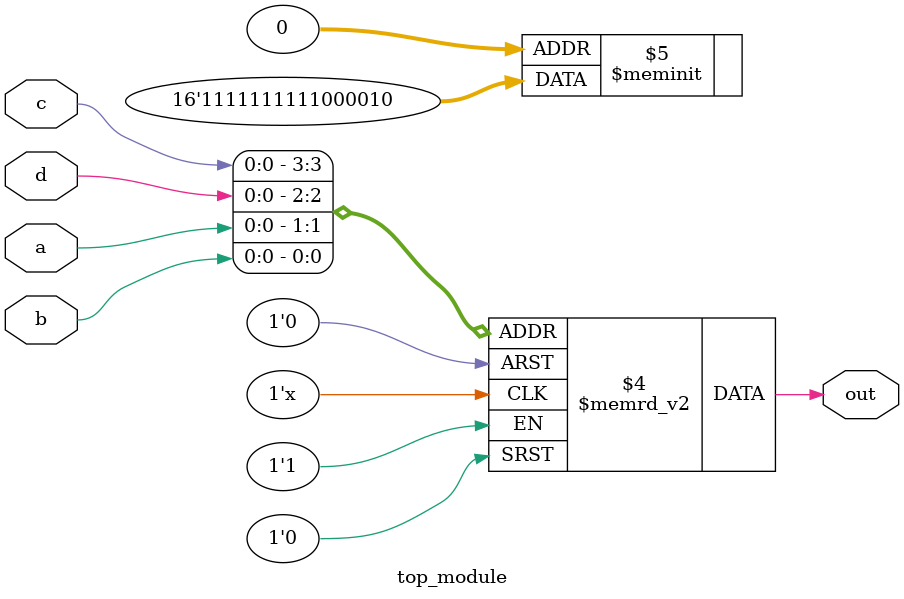
<source format=sv>
module top_module (
	input a, 
	input b,
	input c,
	input d,
	output reg out
);

always @(*) begin
	case ({c,d,a,b})
	    4'b0000: out = 1'b0; // State 00 00
	    4'b0001: out = 1'b1; // State 00 01
	    4'b0010: out = 1'b0; // State 00 10
	    4'b0011: out = 1'b0; // State 00 11
	    4'b0100: out = 1'b0; // State 01 00
	    4'b0101: out = 1'b0; // State 01 01
	    4'b0110: out = 1'b1; // State 01 10
	    4'b0111: out = 1'b1; // State 01 11
	    4'b1000: out = 1'b1; // State 10 00
	    4'b1001: out = 1'b1; // State 10 01
	    4'b1010: out = 1'b1; // State 10 10
	    4'b1011: out = 1'b1; // State 10 11
	    4'b1100: out = 1'b1; // State 11 00
	    4'b1101: out = 1'b1; // State 11 01
	    4'b1110: out = 1'b1; // State 11 10
	    4'b1111: out = 1'b1; // State 11 11
	    default: out = 1'b0; // Default to 0 for don't care
	endcase
end

endmodule

</source>
